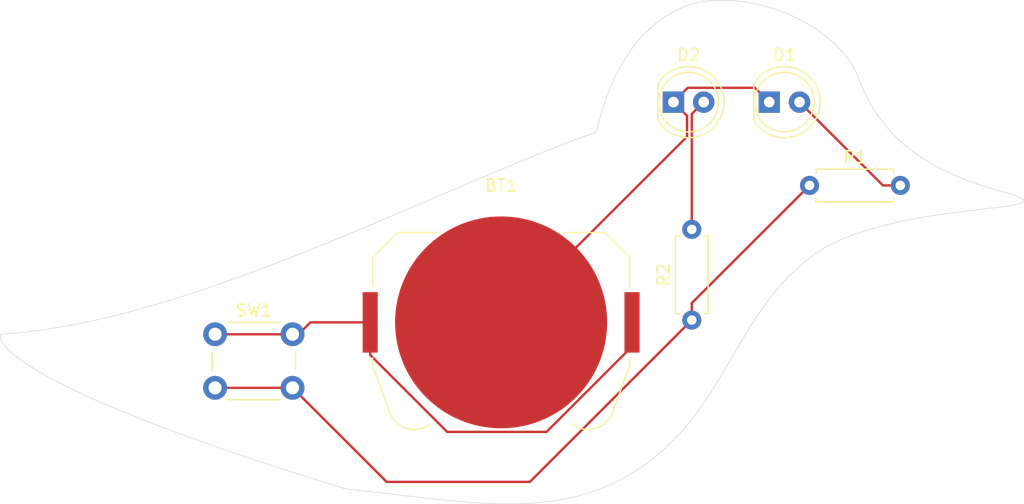
<source format=kicad_pcb>
(kicad_pcb (version 20241229) (generator "pcbnew") (generator_version "9.0")
  (layers (0 "F.Cu" signal) (2 "B.Cu" signal) (13 "F.Paste" user) (15 "B.Paste" user) (5 "F.SilkS" user "F.Silkscreen") (7 "B.SilkS" user "B.Silkscreen") (1 "F.Mask" user) (3 "B.Mask" user) (25 "Edge.Cuts" user))
  (net 0 "")
  (net 1 "Net-(BT1-+)")
  (net 2 "Net-(BT1--)")
  (net 3 "Net-(D1-A)")
  (net 4 "Net-(D2-A)")
  (net 5 "Net-(R1-Pad1)")
  (footprint "Battery:BatteryHolder_Keystone_3034_1x20mm" (layer "F.Cu") (at 92 74)
    (property "Reference" "BT1" (at 0 -11.5 0) (layer "F.SilkS"))
    (property "Value" "Battery_Cell")
    (fp_line (start -10.78 -5.46) (end -10.78 -3) (stroke (width 0.12)) (layer "F.SilkS"))
    (fp_line (start -10.78 3) (end -10.78 3.63) (stroke (width 0.12)) (layer "F.SilkS"))
    (fp_line (start -10.78 3.63) (end -9.34 7.58) (stroke (width 0.12)) (layer "F.SilkS"))
    (fp_line (start -8.7 -7.54) (end -10.78 -5.46) (stroke (width 0.12)) (layer "F.SilkS"))
    (fp_line (start -5.2 -7.54) (end -8.7 -7.54) (stroke (width 0.12)) (layer "F.SilkS"))
    (fp_line (start 8.7 -7.54) (end 5.2 -7.54) (stroke (width 0.12)) (layer "F.SilkS"))
    (fp_line (start 8.7 -7.54) (end 10.78 -5.46) (stroke (width 0.12)) (layer "F.SilkS"))
    (fp_line (start 10.78 -5.46) (end 10.78 -3) (stroke (width 0.12)) (layer "F.SilkS"))
    (fp_line (start 10.78 3) (end 10.78 3.63) (stroke (width 0.12)) (layer "F.SilkS"))
    (fp_line (start 10.78 3.63) (end 9.34 7.58) (stroke (width 0.12)) (layer "F.SilkS"))
    (fp_arc (start -6.003354 8.56653) (mid -7.921654 8.918738) (end -9.34 7.58) (stroke (width 0.12)) (layer "F.SilkS"))
    (fp_arc (start 9.325243 7.588169) (mid 7.90634 8.911668) (end 6 8.55) (stroke (width 0.12)) (layer "F.SilkS"))
    (pad "1" smd rect (at -10.985 0) (size 1.27 5.08) (layers "F.Cu" "F.Mask" "F.Paste") (net 1 "Net-(BT1-+)"))
    (pad "1" smd rect (at 10.985 0) (size 1.27 5.08) (layers "F.Cu" "F.Mask" "F.Paste") (net 1 "Net-(BT1-+)"))
    (pad "2" smd circle (at 0 0) (size 17.8 17.8) (layers "F.Cu" "F.Mask") (net 2 "Net-(BT1--)"))
  )
  (footprint "Resistor_THT:R_Axial_DIN0207_L6.3mm_D2.5mm_P7.62mm_Horizontal" (layer "F.Cu") (at 108 73.81 90)
    (property "Reference" "R2" (at 3.81 -2.37 90) (layer "F.SilkS"))
    (property "Value" "R 220Ω")
    (fp_line (start 7.08 -1.37) (end 7.08 -1.04) (stroke (width 0.12)) (layer "F.SilkS"))
    (fp_line (start 0.54 -1.37) (end 7.08 -1.37) (stroke (width 0.12)) (layer "F.SilkS"))
    (fp_line (start 0.54 -1.04) (end 0.54 -1.37) (stroke (width 0.12)) (layer "F.SilkS"))
    (fp_line (start 0.54 1.04) (end 0.54 1.37) (stroke (width 0.12)) (layer "F.SilkS"))
    (fp_line (start 7.08 1.37) (end 7.08 1.04) (stroke (width 0.12)) (layer "F.SilkS"))
    (fp_line (start 0.54 1.37) (end 7.08 1.37) (stroke (width 0.12)) (layer "F.SilkS"))
    (pad "1" thru_hole circle (at 0 0 90) (size 1.6 1.6) (drill 0.8) (layers "*.Cu" "*.Mask") (net 5 "Net-(R1-Pad1)"))
    (pad "2" thru_hole circle (at 7.62 0 90) (size 1.6 1.6) (drill 0.8) (layers "*.Cu" "*.Mask") (net 4 "Net-(D2-A)"))
  )
  (footprint "Resistor_THT:R_Axial_DIN0207_L6.3mm_D2.5mm_P7.62mm_Horizontal" (layer "F.Cu") (at 117.88 62.5)
    (property "Reference" "R1" (at 3.81 -2.37 0) (layer "F.SilkS"))
    (property "Value" "R 220Ω")
    (fp_line (start 0.54 -1.37) (end 7.08 -1.37) (stroke (width 0.12)) (layer "F.SilkS"))
    (fp_line (start 0.54 -1.04) (end 0.54 -1.37) (stroke (width 0.12)) (layer "F.SilkS"))
    (fp_line (start 0.54 1.04) (end 0.54 1.37) (stroke (width 0.12)) (layer "F.SilkS"))
    (fp_line (start 0.54 1.37) (end 7.08 1.37) (stroke (width 0.12)) (layer "F.SilkS"))
    (fp_line (start 7.08 -1.37) (end 7.08 -1.04) (stroke (width 0.12)) (layer "F.SilkS"))
    (fp_line (start 7.08 1.37) (end 7.08 1.04) (stroke (width 0.12)) (layer "F.SilkS"))
    (pad "1" thru_hole circle (at 0 0) (size 1.6 1.6) (drill 0.8) (layers "*.Cu" "*.Mask") (net 5 "Net-(R1-Pad1)"))
    (pad "2" thru_hole circle (at 7.62 0) (size 1.6 1.6) (drill 0.8) (layers "*.Cu" "*.Mask") (net 3 "Net-(D1-A)"))
  )
  (footprint "LED_THT:LED_D5.0mm" (layer "F.Cu") (at 114.5 55.5)
    (property "Reference" "D1" (at 1.27 -3.96 0) (layer "F.SilkS"))
    (property "Value" "LED")
    (fp_line (start -1.29 -1.545) (end -1.29 1.545) (stroke (width 0.12)) (layer "F.SilkS"))
    (fp_arc (start -1.29 -1.54483) (mid 2.071779 -2.880495) (end 4.26 0) (stroke (width 0.12)) (layer "F.SilkS"))
    (fp_arc (start 4.26 0) (mid 2.071779 2.880495) (end -1.29 1.54483) (stroke (width 0.12)) (layer "F.SilkS"))
    (fp_circle (center 1.27 0) (end 3.77 0) (stroke (width 0.12)) (fill no) (layer "F.SilkS"))
    (pad "1" thru_hole rect (at 0 0) (size 1.8 1.8) (drill 0.9) (layers "*.Cu" "*.Mask") (net 2 "Net-(BT1--)"))
    (pad "2" thru_hole circle (at 2.54 0) (size 1.8 1.8) (drill 0.9) (layers "*.Cu" "*.Mask") (net 3 "Net-(D1-A)"))
  )
  (footprint "Button_Switch_THT:SW_PUSH_6mm" (layer "F.Cu") (at 68 75)
    (property "Reference" "SW1" (at 3.25 -2 0) (layer "F.SilkS"))
    (property "Value" "SW_Push")
    (fp_line (start -0.25 1.5) (end -0.25 3) (stroke (width 0.12)) (layer "F.SilkS"))
    (fp_line (start 1 5.5) (end 5.5 5.5) (stroke (width 0.12)) (layer "F.SilkS"))
    (fp_line (start 5.5 -1) (end 1 -1) (stroke (width 0.12)) (layer "F.SilkS"))
    (fp_line (start 6.75 3) (end 6.75 1.5) (stroke (width 0.12)) (layer "F.SilkS"))
    (pad "1" thru_hole circle (at 0 0 90) (size 2 2) (drill 1.1) (layers "*.Cu" "*.Mask") (net 1 "Net-(BT1-+)"))
    (pad "1" thru_hole circle (at 6.5 0 90) (size 2 2) (drill 1.1) (layers "*.Cu" "*.Mask") (net 1 "Net-(BT1-+)"))
    (pad "2" thru_hole circle (at 0 4.5 90) (size 2 2) (drill 1.1) (layers "*.Cu" "*.Mask") (net 5 "Net-(R1-Pad1)"))
    (pad "2" thru_hole circle (at 6.5 4.5 90) (size 2 2) (drill 1.1) (layers "*.Cu" "*.Mask") (net 5 "Net-(R1-Pad1)"))
  )
  (footprint "LED_THT:LED_D5.0mm" (layer "F.Cu") (at 106.46 55.5)
    (property "Reference" "D2" (at 1.27 -3.96 0) (layer "F.SilkS"))
    (property "Value" "LED")
    (fp_line (start -1.29 -1.545) (end -1.29 1.545) (stroke (width 0.12)) (layer "F.SilkS"))
    (fp_arc (start -1.29 -1.54483) (mid 2.071779 -2.880495) (end 4.26 0) (stroke (width 0.12)) (layer "F.SilkS"))
    (fp_arc (start 4.26 0) (mid 2.071779 2.880495) (end -1.29 1.54483) (stroke (width 0.12)) (layer "F.SilkS"))
    (fp_circle (center 1.27 0) (end 3.77 0) (stroke (width 0.12)) (fill no) (layer "F.SilkS"))
    (pad "1" thru_hole rect (at 0 0) (size 1.8 1.8) (drill 0.9) (layers "*.Cu" "*.Mask") (net 2 "Net-(BT1--)"))
    (pad "2" thru_hole circle (at 2.54 0) (size 1.8 1.8) (drill 0.9) (layers "*.Cu" "*.Mask") (net 4 "Net-(D2-A)"))
  )
  (gr_curve (pts (xy 50 75) (xy 66 74) (xy 86 63) (xy 100 58)) (stroke (width 0.05)) (layer "Edge.Cuts"))
  (gr_curve (pts (xy 118 68.5) (xy 111.5 73.5) (xy 111 81) (xy 104 86)) (stroke (width 0.05)) (layer "Edge.Cuts"))
  (gr_curve (pts (xy 104 86) (xy 97 91) (xy 89 89) (xy 79 88)) (stroke (width 0.05)) (layer "Edge.Cuts"))
  (gr_curve (pts (xy 109.5 47) (xy 114.5 46.5) (xy 120.5 49.5) (xy 122 53.5)) (stroke (width 0.05)) (layer "Edge.Cuts"))
  (gr_curve (pts (xy 122 53.5) (xy 123.5 57.5) (xy 126.5 61) (xy 134 63)) (stroke (width 0.05)) (layer "Edge.Cuts"))
  (gr_curve (pts (xy 100 58) (xy 102.5 47) (xy 109.5 47) (xy 109.5 47)) (stroke (width 0.05)) (layer "Edge.Cuts"))
  (gr_curve (pts (xy 79 88) (xy 48 78.5) (xy 50 75) (xy 50 75)) (stroke (width 0.05)) (layer "Edge.Cuts"))
  (gr_curve (pts (xy 134 63) (xy 141.5 65) (xy 124.5 63.5) (xy 118 68.5)) (stroke (width 0.05)) (layer "Edge.Cuts"))
  (segment (start 87.476 83.201) (end 81.015 76.74) (width 0.2) (layer "F.Cu") (net 1))
  (segment (start 95.811179 83.201) (end 87.476 83.201) (width 0.2) (layer "F.Cu") (net 1))
  (segment (start 102.985 74) (end 102.985 76.027179) (width 0.2) (layer "F.Cu") (net 1))
  (segment (start 68 75) (end 74.5 75) (width 0.2) (layer "F.Cu") (net 1))
  (segment (start 81.015 76.74) (end 81.015 74) (width 0.2) (layer "F.Cu") (net 1))
  (segment (start 74.5 75) (end 75 75) (width 0.2) (layer "F.Cu") (net 1))
  (segment (start 102.985 76.027179) (end 95.811179 83.201) (width 0.2) (layer "F.Cu") (net 1))
  (segment (start 75 75) (end 76 74) (width 0.2) (layer "F.Cu") (net 1))
  (segment (start 76 74) (end 81.015 74) (width 0.2) (layer "F.Cu") (net 1))
  (segment (start 107.661 54.299) (end 106.46 55.5) (width 0.2) (layer "F.Cu") (net 2))
  (segment (start 107.599 56.639) (end 107.599 58.401) (width 0.2) (layer "F.Cu") (net 2))
  (segment (start 114.5 55.5) (end 113.299 54.299) (width 0.2) (layer "F.Cu") (net 2))
  (segment (start 106.46 55.5) (end 107.599 56.639) (width 0.2) (layer "F.Cu") (net 2))
  (segment (start 113.299 54.299) (end 107.661 54.299) (width 0.2) (layer "F.Cu") (net 2))
  (segment (start 107.599 58.401) (end 92 74) (width 0.2) (layer "F.Cu") (net 2))
  (segment (start 125.5 62.5) (end 124.04 62.5) (width 0.2) (layer "F.Cu") (net 3))
  (segment (start 124.04 62.5) (end 117.04 55.5) (width 0.2) (layer "F.Cu") (net 3))
  (segment (start 109 55.5) (end 108 56.5) (width 0.2) (layer "F.Cu") (net 4))
  (segment (start 108 56.5) (end 108 66.19) (width 0.2) (layer "F.Cu") (net 4))
  (segment (start 108 73.81) (end 108 72.38) (width 0.2) (layer "F.Cu") (net 5))
  (segment (start 108 73.81) (end 94.408801 87.401199) (width 0.2) (layer "F.Cu") (net 5))
  (segment (start 94.408801 87.401199) (end 82.401199 87.401199) (width 0.2) (layer "F.Cu") (net 5))
  (segment (start 82.401199 87.401199) (end 74.5 79.5) (width 0.2) (layer "F.Cu") (net 5))
  (segment (start 68 79.5) (end 74.5 79.5) (width 0.2) (layer "F.Cu") (net 5))
  (segment (start 108 72.38) (end 117.88 62.5) (width 0.2) (layer "F.Cu") (net 5))
)
</source>
